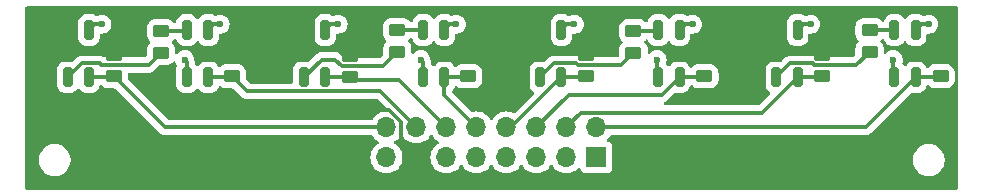
<source format=gbr>
%TF.GenerationSoftware,KiCad,Pcbnew,8.0.7*%
%TF.CreationDate,2025-03-25T18:02:39+10:00*%
%TF.ProjectId,Sensor_array,53656e73-6f72-45f6-9172-7261792e6b69,rev?*%
%TF.SameCoordinates,Original*%
%TF.FileFunction,Copper,L1,Top*%
%TF.FilePolarity,Positive*%
%FSLAX46Y46*%
G04 Gerber Fmt 4.6, Leading zero omitted, Abs format (unit mm)*
G04 Created by KiCad (PCBNEW 8.0.7) date 2025-03-25 18:02:39*
%MOMM*%
%LPD*%
G01*
G04 APERTURE LIST*
G04 Aperture macros list*
%AMRoundRect*
0 Rectangle with rounded corners*
0 $1 Rounding radius*
0 $2 $3 $4 $5 $6 $7 $8 $9 X,Y pos of 4 corners*
0 Add a 4 corners polygon primitive as box body*
4,1,4,$2,$3,$4,$5,$6,$7,$8,$9,$2,$3,0*
0 Add four circle primitives for the rounded corners*
1,1,$1+$1,$2,$3*
1,1,$1+$1,$4,$5*
1,1,$1+$1,$6,$7*
1,1,$1+$1,$8,$9*
0 Add four rect primitives between the rounded corners*
20,1,$1+$1,$2,$3,$4,$5,0*
20,1,$1+$1,$4,$5,$6,$7,0*
20,1,$1+$1,$6,$7,$8,$9,0*
20,1,$1+$1,$8,$9,$2,$3,0*%
G04 Aperture macros list end*
%TA.AperFunction,SMDPad,CuDef*%
%ADD10RoundRect,0.250000X0.450000X-0.262500X0.450000X0.262500X-0.450000X0.262500X-0.450000X-0.262500X0*%
%TD*%
%TA.AperFunction,SMDPad,CuDef*%
%ADD11RoundRect,0.250000X-0.450000X0.262500X-0.450000X-0.262500X0.450000X-0.262500X0.450000X0.262500X0*%
%TD*%
%TA.AperFunction,SMDPad,CuDef*%
%ADD12RoundRect,0.197500X-0.197500X-0.632500X0.197500X-0.632500X0.197500X0.632500X-0.197500X0.632500X0*%
%TD*%
%TA.AperFunction,ComponentPad*%
%ADD13R,1.700000X1.700000*%
%TD*%
%TA.AperFunction,ComponentPad*%
%ADD14O,1.700000X1.700000*%
%TD*%
%TA.AperFunction,ViaPad*%
%ADD15C,0.600000*%
%TD*%
%TA.AperFunction,Conductor*%
%ADD16C,0.300000*%
%TD*%
G04 APERTURE END LIST*
D10*
%TO.P,R3,1*%
%TO.N,Net-(U7-K)*%
X152000000Y-85912500D03*
%TO.P,R3,2*%
%TO.N,Net-(U8-A)*%
X152000000Y-84087500D03*
%TD*%
D11*
%TO.P,R6,1*%
%TO.N,VCC*%
X178000000Y-86087500D03*
%TO.P,R6,2*%
%TO.N,/S1*%
X178000000Y-87912500D03*
%TD*%
D12*
%TO.P,U7,1,A*%
%TO.N,VCC*%
X144100000Y-84000000D03*
%TO.P,U7,2,K*%
%TO.N,Net-(U7-K)*%
X144100000Y-88000000D03*
%TO.P,U7,3*%
%TO.N,/S4*%
X145900000Y-88000000D03*
%TO.P,U7,4*%
%TO.N,GND*%
X145900000Y-84000000D03*
%TD*%
D10*
%TO.P,R1,1*%
%TO.N,Net-(U1-K)*%
X112000000Y-85912500D03*
%TO.P,R1,2*%
%TO.N,Net-(U2-A)*%
X112000000Y-84087500D03*
%TD*%
D12*
%TO.P,U3,1,A*%
%TO.N,VCC*%
X124100000Y-84000000D03*
%TO.P,U3,2,K*%
%TO.N,Net-(U3-K)*%
X124100000Y-88000000D03*
%TO.P,U3,3*%
%TO.N,/S6*%
X125900000Y-88000000D03*
%TO.P,U3,4*%
%TO.N,GND*%
X125900000Y-84000000D03*
%TD*%
%TO.P,U2,1,A*%
%TO.N,Net-(U2-A)*%
X114200000Y-84000000D03*
%TO.P,U2,2,K*%
%TO.N,Net-(U10-K)*%
X114200000Y-88000000D03*
%TO.P,U2,3*%
%TO.N,/S7*%
X116000000Y-88000000D03*
%TO.P,U2,4*%
%TO.N,GND*%
X116000000Y-84000000D03*
%TD*%
%TO.P,U1,1,A*%
%TO.N,VCC*%
X104100000Y-84000000D03*
%TO.P,U1,2,K*%
%TO.N,Net-(U1-K)*%
X104100000Y-88000000D03*
%TO.P,U1,3*%
%TO.N,/S8*%
X105900000Y-88000000D03*
%TO.P,U1,4*%
%TO.N,GND*%
X105900000Y-84000000D03*
%TD*%
%TO.P,U10,1,A*%
%TO.N,Net-(U10-A)*%
X174100000Y-84000000D03*
%TO.P,U10,2,K*%
%TO.N,Net-(U10-K)*%
X174100000Y-88000000D03*
%TO.P,U10,3*%
%TO.N,/S1*%
X175900000Y-88000000D03*
%TO.P,U10,4*%
%TO.N,GND*%
X175900000Y-84000000D03*
%TD*%
D10*
%TO.P,R4,1*%
%TO.N,Net-(U9-K)*%
X172000000Y-85825000D03*
%TO.P,R4,2*%
%TO.N,Net-(U10-A)*%
X172000000Y-84000000D03*
%TD*%
D11*
%TO.P,R13,1*%
%TO.N,VCC*%
X118000000Y-86087500D03*
%TO.P,R13,2*%
%TO.N,/S7*%
X118000000Y-87912500D03*
%TD*%
D10*
%TO.P,R2,1*%
%TO.N,Net-(U3-K)*%
X132000000Y-85825000D03*
%TO.P,R2,2*%
%TO.N,Net-(U6-A)*%
X132000000Y-84000000D03*
%TD*%
D12*
%TO.P,U9,1,A*%
%TO.N,VCC*%
X164100000Y-84000000D03*
%TO.P,U9,2,K*%
%TO.N,Net-(U9-K)*%
X164100000Y-88000000D03*
%TO.P,U9,3*%
%TO.N,/S2*%
X165900000Y-88000000D03*
%TO.P,U9,4*%
%TO.N,GND*%
X165900000Y-84000000D03*
%TD*%
%TO.P,U8,1,A*%
%TO.N,Net-(U8-A)*%
X154100000Y-84000000D03*
%TO.P,U8,2,K*%
%TO.N,Net-(U10-K)*%
X154100000Y-88000000D03*
%TO.P,U8,3*%
%TO.N,/S3*%
X155900000Y-88000000D03*
%TO.P,U8,4*%
%TO.N,GND*%
X155900000Y-84000000D03*
%TD*%
D11*
%TO.P,R8,1*%
%TO.N,VCC*%
X148000000Y-86087500D03*
%TO.P,R8,2*%
%TO.N,/S4*%
X148000000Y-87912500D03*
%TD*%
%TO.P,R12,1*%
%TO.N,VCC*%
X108000000Y-86087500D03*
%TO.P,R12,2*%
%TO.N,/S8*%
X108000000Y-87912500D03*
%TD*%
%TO.P,R9,1*%
%TO.N,VCC*%
X158000000Y-86087500D03*
%TO.P,R9,2*%
%TO.N,/S3*%
X158000000Y-87912500D03*
%TD*%
%TO.P,R7,1*%
%TO.N,VCC*%
X168000000Y-86087500D03*
%TO.P,R7,2*%
%TO.N,/S2*%
X168000000Y-87912500D03*
%TD*%
D12*
%TO.P,U6,1,A*%
%TO.N,Net-(U6-A)*%
X134200000Y-84000000D03*
%TO.P,U6,2,K*%
%TO.N,Net-(U10-K)*%
X134200000Y-88000000D03*
%TO.P,U6,3*%
%TO.N,/S5*%
X136000000Y-88000000D03*
%TO.P,U6,4*%
%TO.N,GND*%
X136000000Y-84000000D03*
%TD*%
D11*
%TO.P,R10,1*%
%TO.N,VCC*%
X128000000Y-86175000D03*
%TO.P,R10,2*%
%TO.N,/S6*%
X128000000Y-88000000D03*
%TD*%
%TO.P,R11,1*%
%TO.N,VCC*%
X138000000Y-86087500D03*
%TO.P,R11,2*%
%TO.N,/S5*%
X138000000Y-87912500D03*
%TD*%
D13*
%TO.P,J2,1,Pin_1*%
%TO.N,GND*%
X148870000Y-94775000D03*
D14*
%TO.P,J2,2,Pin_2*%
%TO.N,/S1*%
X148870000Y-92235000D03*
%TO.P,J2,3,Pin_3*%
%TO.N,GND*%
X146330000Y-94775000D03*
%TO.P,J2,4,Pin_4*%
%TO.N,/S2*%
X146330000Y-92235000D03*
%TO.P,J2,5,Pin_5*%
%TO.N,GND*%
X143790000Y-94775000D03*
%TO.P,J2,6,Pin_6*%
%TO.N,/S3*%
X143790000Y-92235000D03*
%TO.P,J2,7,Pin_7*%
%TO.N,GND*%
X141250000Y-94775000D03*
%TO.P,J2,8,Pin_8*%
%TO.N,/S4*%
X141250000Y-92235000D03*
%TO.P,J2,9,Pin_9*%
%TO.N,GND*%
X138710000Y-94775000D03*
%TO.P,J2,10,Pin_10*%
%TO.N,/S5*%
X138710000Y-92235000D03*
%TO.P,J2,11,Pin_11*%
%TO.N,GND*%
X136170000Y-94775000D03*
%TO.P,J2,12,Pin_12*%
%TO.N,/S6*%
X136170000Y-92235000D03*
%TO.P,J2,13,Pin_13*%
%TO.N,VCC*%
X133630000Y-94775000D03*
%TO.P,J2,14,Pin_14*%
%TO.N,/S7*%
X133630000Y-92235000D03*
%TO.P,J2,15,Pin_15*%
%TO.N,/SENSOR_LED*%
X131090000Y-94775000D03*
%TO.P,J2,16,Pin_16*%
%TO.N,/S8*%
X131090000Y-92235000D03*
%TD*%
D15*
%TO.N,GND*%
X137000000Y-83500000D03*
X167000000Y-83500000D03*
X157000000Y-83500000D03*
X177000000Y-83500000D03*
X147000000Y-83500000D03*
X127000000Y-83500000D03*
X107000000Y-83500000D03*
X117000000Y-83500000D03*
%TO.N,VCC*%
X120750000Y-90750000D03*
X128500000Y-96500000D03*
%TO.N,Net-(U10-K)*%
X174000000Y-86500000D03*
X154000000Y-86500000D03*
X114000000Y-86500000D03*
X134000000Y-86500000D03*
%TD*%
D16*
%TO.N,GND*%
X157000000Y-83500000D02*
X156400000Y-83500000D01*
X176400000Y-83500000D02*
X175900000Y-84000000D01*
X117000000Y-83500000D02*
X116500000Y-83500000D01*
X166400000Y-83500000D02*
X165900000Y-84000000D01*
X116500000Y-83500000D02*
X116000000Y-84000000D01*
X127000000Y-83500000D02*
X126400000Y-83500000D01*
X136500000Y-83500000D02*
X136000000Y-84000000D01*
X107000000Y-83500000D02*
X106400000Y-83500000D01*
X167000000Y-83500000D02*
X166400000Y-83500000D01*
X156400000Y-83500000D02*
X155900000Y-84000000D01*
X137000000Y-83500000D02*
X136500000Y-83500000D01*
X146400000Y-83500000D02*
X145900000Y-84000000D01*
X106400000Y-83500000D02*
X105900000Y-84000000D01*
X177000000Y-83500000D02*
X176400000Y-83500000D01*
X126400000Y-83500000D02*
X125900000Y-84000000D01*
X147000000Y-83500000D02*
X146400000Y-83500000D01*
%TO.N,VCC*%
X131302057Y-90750000D02*
X132290000Y-91737943D01*
X132290000Y-91737943D02*
X132290000Y-93435000D01*
X132290000Y-93435000D02*
X133630000Y-94775000D01*
X129250000Y-90750000D02*
X131302057Y-90750000D01*
%TO.N,/S4*%
X145900000Y-88000000D02*
X141665000Y-92235000D01*
X141665000Y-92235000D02*
X141250000Y-92235000D01*
X147912500Y-88000000D02*
X148000000Y-87912500D01*
X145900000Y-88000000D02*
X147912500Y-88000000D01*
%TO.N,/S6*%
X128250000Y-88250000D02*
X132185000Y-88250000D01*
X128000000Y-88000000D02*
X128250000Y-88250000D01*
X132185000Y-88250000D02*
X136170000Y-92235000D01*
X125900000Y-88000000D02*
X128000000Y-88000000D01*
%TO.N,/S3*%
X157912500Y-88000000D02*
X158000000Y-87912500D01*
X155900000Y-88000000D02*
X157912500Y-88000000D01*
X155900000Y-88000000D02*
X154400000Y-89500000D01*
X146525000Y-89500000D02*
X143790000Y-92235000D01*
X154400000Y-89500000D02*
X146525000Y-89500000D01*
%TO.N,/S7*%
X117912500Y-88000000D02*
X118000000Y-87912500D01*
X116000000Y-88000000D02*
X117912500Y-88000000D01*
X130575000Y-89180000D02*
X133630000Y-92235000D01*
X119267500Y-89180000D02*
X130575000Y-89180000D01*
X118000000Y-87912500D02*
X119267500Y-89180000D01*
%TO.N,/S8*%
X105900000Y-88000000D02*
X107912500Y-88000000D01*
X107912500Y-88000000D02*
X108000000Y-87912500D01*
X108000000Y-87912500D02*
X112322500Y-92235000D01*
X112322500Y-92235000D02*
X131090000Y-92235000D01*
%TO.N,/S2*%
X165900000Y-88000000D02*
X167912500Y-88000000D01*
X167912500Y-88000000D02*
X168000000Y-87912500D01*
X165900000Y-88000000D02*
X162900000Y-91000000D01*
X147565000Y-91000000D02*
X146330000Y-92235000D01*
X162900000Y-91000000D02*
X147565000Y-91000000D01*
%TO.N,/S1*%
X175900000Y-88000000D02*
X171665000Y-92235000D01*
X175900000Y-88000000D02*
X177912500Y-88000000D01*
X171665000Y-92235000D02*
X148870000Y-92235000D01*
X177912500Y-88000000D02*
X178000000Y-87912500D01*
%TO.N,/S5*%
X137912500Y-88000000D02*
X138000000Y-87912500D01*
X136000000Y-89525000D02*
X138710000Y-92235000D01*
X136000000Y-88000000D02*
X136000000Y-89525000D01*
X136000000Y-88000000D02*
X137912500Y-88000000D01*
%TO.N,Net-(U2-A)*%
X114112500Y-84087500D02*
X114200000Y-84000000D01*
X112000000Y-84087500D02*
X114112500Y-84087500D01*
%TO.N,Net-(U1-K)*%
X106820000Y-86820000D02*
X106950000Y-86950000D01*
X110962500Y-86950000D02*
X112000000Y-85912500D01*
X105280000Y-86820000D02*
X106820000Y-86820000D01*
X106950000Y-86950000D02*
X110962500Y-86950000D01*
X104100000Y-88000000D02*
X105280000Y-86820000D01*
%TO.N,Net-(U8-A)*%
X154012500Y-84087500D02*
X154100000Y-84000000D01*
X152000000Y-84087500D02*
X154012500Y-84087500D01*
%TO.N,Net-(U6-A)*%
X132000000Y-84000000D02*
X134200000Y-84000000D01*
%TO.N,Net-(U3-K)*%
X125600000Y-86500000D02*
X126757044Y-86500000D01*
X127294544Y-87037500D02*
X130787500Y-87037500D01*
X130787500Y-87037500D02*
X132000000Y-85825000D01*
X126757044Y-86500000D02*
X127294544Y-87037500D01*
X124100000Y-88000000D02*
X125600000Y-86500000D01*
%TO.N,Net-(U7-K)*%
X144100000Y-88000000D02*
X145280000Y-86820000D01*
X150962500Y-86950000D02*
X152000000Y-85912500D01*
X145280000Y-86820000D02*
X147164544Y-86820000D01*
X147164544Y-86820000D02*
X147294544Y-86950000D01*
X147294544Y-86950000D02*
X150962500Y-86950000D01*
%TO.N,Net-(U10-A)*%
X172000000Y-84000000D02*
X174100000Y-84000000D01*
%TO.N,Net-(U9-K)*%
X165280000Y-86820000D02*
X167164544Y-86820000D01*
X164100000Y-88000000D02*
X165280000Y-86820000D01*
X167164544Y-86820000D02*
X167294544Y-86950000D01*
X170875000Y-86950000D02*
X172000000Y-85825000D01*
X167294544Y-86950000D02*
X170875000Y-86950000D01*
%TO.N,Net-(U10-K)*%
X134200000Y-86700000D02*
X134000000Y-86500000D01*
X154000000Y-87900000D02*
X154100000Y-88000000D01*
X134200000Y-88000000D02*
X134200000Y-86700000D01*
X174000000Y-87900000D02*
X174100000Y-88000000D01*
X154000000Y-86500000D02*
X154000000Y-87900000D01*
X114200000Y-88000000D02*
X114200000Y-86700000D01*
X114200000Y-88000000D02*
X114200000Y-87219239D01*
X174000000Y-86500000D02*
X174000000Y-87900000D01*
X114200000Y-86700000D02*
X114000000Y-86500000D01*
%TD*%
%TA.AperFunction,Conductor*%
%TO.N,VCC*%
G36*
X113152310Y-86636570D02*
G01*
X113208244Y-86678441D01*
X113226019Y-86711797D01*
X113274211Y-86849523D01*
X113349849Y-86969899D01*
X113368849Y-87037135D01*
X113363240Y-87072762D01*
X113310891Y-87240753D01*
X113310889Y-87240761D01*
X113304500Y-87311081D01*
X113304500Y-88688928D01*
X113310888Y-88759235D01*
X113310890Y-88759242D01*
X113361316Y-88921065D01*
X113361319Y-88921073D01*
X113449007Y-89066128D01*
X113449010Y-89066132D01*
X113568867Y-89185989D01*
X113568871Y-89185992D01*
X113636093Y-89226629D01*
X113713928Y-89273681D01*
X113875758Y-89324110D01*
X113946079Y-89330500D01*
X114453920Y-89330499D01*
X114453927Y-89330499D01*
X114524235Y-89324111D01*
X114524236Y-89324110D01*
X114524242Y-89324110D01*
X114686072Y-89273681D01*
X114831132Y-89185990D01*
X114950990Y-89066132D01*
X114993883Y-88995178D01*
X115045410Y-88947990D01*
X115114270Y-88936151D01*
X115178598Y-88963419D01*
X115206117Y-88995178D01*
X115249007Y-89066128D01*
X115249010Y-89066132D01*
X115368867Y-89185989D01*
X115368871Y-89185992D01*
X115436093Y-89226629D01*
X115513928Y-89273681D01*
X115675758Y-89324110D01*
X115746079Y-89330500D01*
X116253920Y-89330499D01*
X116253927Y-89330499D01*
X116324235Y-89324111D01*
X116324236Y-89324110D01*
X116324242Y-89324110D01*
X116486072Y-89273681D01*
X116631132Y-89185990D01*
X116750990Y-89066132D01*
X116838681Y-88921072D01*
X116871745Y-88814964D01*
X116910481Y-88756821D01*
X116974506Y-88728847D01*
X117043491Y-88739928D01*
X117077810Y-88764178D01*
X117081344Y-88767712D01*
X117230666Y-88859814D01*
X117397203Y-88914999D01*
X117499991Y-88925500D01*
X118041691Y-88925499D01*
X118108730Y-88945183D01*
X118129372Y-88961818D01*
X118852825Y-89685272D01*
X118852826Y-89685273D01*
X118852829Y-89685275D01*
X118852831Y-89685277D01*
X118959373Y-89756465D01*
X119077756Y-89805501D01*
X119077760Y-89805501D01*
X119077761Y-89805502D01*
X119203428Y-89830500D01*
X119203431Y-89830500D01*
X119331569Y-89830500D01*
X130254192Y-89830500D01*
X130321231Y-89850185D01*
X130341873Y-89866819D01*
X131145091Y-90670037D01*
X131178576Y-90731360D01*
X131173592Y-90801052D01*
X131131720Y-90856985D01*
X131068218Y-90881246D01*
X130854596Y-90899936D01*
X130854586Y-90899938D01*
X130626344Y-90961094D01*
X130626335Y-90961098D01*
X130412171Y-91060964D01*
X130412169Y-91060965D01*
X130218597Y-91196505D01*
X130051506Y-91363596D01*
X129933854Y-91531623D01*
X129879277Y-91575248D01*
X129832279Y-91584500D01*
X112643307Y-91584500D01*
X112576268Y-91564815D01*
X112555626Y-91548181D01*
X109236818Y-88229373D01*
X109203333Y-88168050D01*
X109200499Y-88141692D01*
X109200499Y-87724500D01*
X109220184Y-87657461D01*
X109272988Y-87611706D01*
X109324499Y-87600500D01*
X111026571Y-87600500D01*
X111111115Y-87583682D01*
X111152244Y-87575501D01*
X111270627Y-87526465D01*
X111313481Y-87497831D01*
X111377169Y-87455277D01*
X111870627Y-86961817D01*
X111931950Y-86928333D01*
X111958308Y-86925499D01*
X112500002Y-86925499D01*
X112500008Y-86925499D01*
X112602797Y-86914999D01*
X112769334Y-86859814D01*
X112918656Y-86767712D01*
X113021299Y-86665068D01*
X113082618Y-86631586D01*
X113152310Y-86636570D01*
G37*
%TD.AperFunction*%
%TA.AperFunction,Conductor*%
G36*
X179442539Y-82020185D02*
G01*
X179488294Y-82072989D01*
X179499500Y-82124500D01*
X179499500Y-97375500D01*
X179479815Y-97442539D01*
X179427011Y-97488294D01*
X179375500Y-97499500D01*
X100624500Y-97499500D01*
X100557461Y-97479815D01*
X100511706Y-97427011D01*
X100500500Y-97375500D01*
X100500500Y-94893713D01*
X101649500Y-94893713D01*
X101649500Y-95106286D01*
X101670466Y-95238664D01*
X101682754Y-95316243D01*
X101729737Y-95460842D01*
X101748444Y-95518414D01*
X101844951Y-95707820D01*
X101969890Y-95879786D01*
X102120213Y-96030109D01*
X102292179Y-96155048D01*
X102292181Y-96155049D01*
X102292184Y-96155051D01*
X102481588Y-96251557D01*
X102683757Y-96317246D01*
X102893713Y-96350500D01*
X102893714Y-96350500D01*
X103106286Y-96350500D01*
X103106287Y-96350500D01*
X103316243Y-96317246D01*
X103518412Y-96251557D01*
X103707816Y-96155051D01*
X103769740Y-96110061D01*
X103879786Y-96030109D01*
X103879788Y-96030106D01*
X103879792Y-96030104D01*
X104030104Y-95879792D01*
X104030106Y-95879788D01*
X104030109Y-95879786D01*
X104155048Y-95707820D01*
X104155047Y-95707820D01*
X104155051Y-95707816D01*
X104251557Y-95518412D01*
X104317246Y-95316243D01*
X104350500Y-95106287D01*
X104350500Y-94893713D01*
X104317246Y-94683757D01*
X104251557Y-94481588D01*
X104155051Y-94292184D01*
X104155049Y-94292181D01*
X104155048Y-94292179D01*
X104030109Y-94120213D01*
X103879786Y-93969890D01*
X103707820Y-93844951D01*
X103518414Y-93748444D01*
X103518413Y-93748443D01*
X103518412Y-93748443D01*
X103316243Y-93682754D01*
X103316241Y-93682753D01*
X103316240Y-93682753D01*
X103154957Y-93657208D01*
X103106287Y-93649500D01*
X102893713Y-93649500D01*
X102845042Y-93657208D01*
X102683760Y-93682753D01*
X102481585Y-93748444D01*
X102292179Y-93844951D01*
X102120213Y-93969890D01*
X101969890Y-94120213D01*
X101844951Y-94292179D01*
X101748444Y-94481585D01*
X101682753Y-94683760D01*
X101649500Y-94893713D01*
X100500500Y-94893713D01*
X100500500Y-87311081D01*
X103204500Y-87311081D01*
X103204500Y-88688928D01*
X103210888Y-88759235D01*
X103210890Y-88759242D01*
X103261316Y-88921065D01*
X103261319Y-88921073D01*
X103349007Y-89066128D01*
X103349010Y-89066132D01*
X103468867Y-89185989D01*
X103468871Y-89185992D01*
X103536093Y-89226629D01*
X103613928Y-89273681D01*
X103775758Y-89324110D01*
X103846079Y-89330500D01*
X104353920Y-89330499D01*
X104353927Y-89330499D01*
X104424235Y-89324111D01*
X104424236Y-89324110D01*
X104424242Y-89324110D01*
X104586072Y-89273681D01*
X104731132Y-89185990D01*
X104850990Y-89066132D01*
X104893883Y-88995178D01*
X104945410Y-88947990D01*
X105014270Y-88936151D01*
X105078598Y-88963419D01*
X105106117Y-88995178D01*
X105149007Y-89066128D01*
X105149010Y-89066132D01*
X105268867Y-89185989D01*
X105268871Y-89185992D01*
X105336093Y-89226629D01*
X105413928Y-89273681D01*
X105575758Y-89324110D01*
X105646079Y-89330500D01*
X106153920Y-89330499D01*
X106153927Y-89330499D01*
X106224235Y-89324111D01*
X106224236Y-89324110D01*
X106224242Y-89324110D01*
X106386072Y-89273681D01*
X106531132Y-89185990D01*
X106650990Y-89066132D01*
X106738681Y-88921072D01*
X106789110Y-88759242D01*
X106789111Y-88759230D01*
X106790389Y-88752809D01*
X106792697Y-88753268D01*
X106814414Y-88698295D01*
X106871142Y-88657507D01*
X106912234Y-88650500D01*
X106912770Y-88650500D01*
X106979809Y-88670185D01*
X107000451Y-88686819D01*
X107081344Y-88767712D01*
X107230666Y-88859814D01*
X107397203Y-88914999D01*
X107499991Y-88925500D01*
X108041691Y-88925499D01*
X108108730Y-88945183D01*
X108129372Y-88961818D01*
X110023348Y-90855793D01*
X111817224Y-92649669D01*
X111874587Y-92707032D01*
X111907832Y-92740277D01*
X112014366Y-92811461D01*
X112014372Y-92811464D01*
X112014373Y-92811465D01*
X112132756Y-92860501D01*
X112132760Y-92860501D01*
X112132761Y-92860502D01*
X112258428Y-92885500D01*
X112258431Y-92885500D01*
X129832278Y-92885500D01*
X129899317Y-92905185D01*
X129933853Y-92938377D01*
X130051501Y-93106396D01*
X130051506Y-93106402D01*
X130218597Y-93273493D01*
X130218603Y-93273498D01*
X130404158Y-93403425D01*
X130447783Y-93458002D01*
X130454977Y-93527500D01*
X130423454Y-93589855D01*
X130404158Y-93606575D01*
X130218597Y-93736505D01*
X130051505Y-93903597D01*
X129915965Y-94097169D01*
X129915964Y-94097171D01*
X129816098Y-94311335D01*
X129816094Y-94311344D01*
X129754938Y-94539586D01*
X129754936Y-94539596D01*
X129734341Y-94774999D01*
X129734341Y-94775000D01*
X129754936Y-95010403D01*
X129754938Y-95010413D01*
X129816094Y-95238655D01*
X129816096Y-95238659D01*
X129816097Y-95238663D01*
X129896004Y-95410023D01*
X129915965Y-95452830D01*
X129915967Y-95452834D01*
X129961886Y-95518412D01*
X130051505Y-95646401D01*
X130218599Y-95813495D01*
X130313272Y-95879786D01*
X130412165Y-95949032D01*
X130412167Y-95949033D01*
X130412170Y-95949035D01*
X130626337Y-96048903D01*
X130854592Y-96110063D01*
X131031034Y-96125500D01*
X131089999Y-96130659D01*
X131090000Y-96130659D01*
X131090001Y-96130659D01*
X131148966Y-96125500D01*
X131325408Y-96110063D01*
X131553663Y-96048903D01*
X131767830Y-95949035D01*
X131961401Y-95813495D01*
X132128495Y-95646401D01*
X132264035Y-95452830D01*
X132363903Y-95238663D01*
X132425063Y-95010408D01*
X132445659Y-94775000D01*
X132425063Y-94539592D01*
X132363903Y-94311337D01*
X132264035Y-94097171D01*
X132258425Y-94089158D01*
X132128494Y-93903597D01*
X131961402Y-93736506D01*
X131961396Y-93736501D01*
X131775842Y-93606575D01*
X131732217Y-93551998D01*
X131725023Y-93482500D01*
X131756546Y-93420145D01*
X131775842Y-93403425D01*
X131888054Y-93324853D01*
X131961401Y-93273495D01*
X132128495Y-93106401D01*
X132258425Y-92920842D01*
X132313002Y-92877217D01*
X132382500Y-92870023D01*
X132444855Y-92901546D01*
X132461575Y-92920842D01*
X132591505Y-93106401D01*
X132758599Y-93273495D01*
X132831946Y-93324853D01*
X132952165Y-93409032D01*
X132952167Y-93409033D01*
X132952170Y-93409035D01*
X133166337Y-93508903D01*
X133394592Y-93570063D01*
X133582918Y-93586539D01*
X133629999Y-93590659D01*
X133630000Y-93590659D01*
X133630001Y-93590659D01*
X133669234Y-93587226D01*
X133865408Y-93570063D01*
X134093663Y-93508903D01*
X134307830Y-93409035D01*
X134501401Y-93273495D01*
X134668495Y-93106401D01*
X134798425Y-92920842D01*
X134853002Y-92877217D01*
X134922500Y-92870023D01*
X134984855Y-92901546D01*
X135001575Y-92920842D01*
X135131501Y-93106396D01*
X135131506Y-93106402D01*
X135298597Y-93273493D01*
X135298603Y-93273498D01*
X135484158Y-93403425D01*
X135527783Y-93458002D01*
X135534977Y-93527500D01*
X135503454Y-93589855D01*
X135484158Y-93606575D01*
X135298597Y-93736505D01*
X135131505Y-93903597D01*
X134995965Y-94097169D01*
X134995964Y-94097171D01*
X134896098Y-94311335D01*
X134896094Y-94311344D01*
X134834938Y-94539586D01*
X134834936Y-94539596D01*
X134814341Y-94774999D01*
X134814341Y-94775000D01*
X134834936Y-95010403D01*
X134834938Y-95010413D01*
X134896094Y-95238655D01*
X134896096Y-95238659D01*
X134896097Y-95238663D01*
X134976004Y-95410023D01*
X134995965Y-95452830D01*
X134995967Y-95452834D01*
X135041886Y-95518412D01*
X135131505Y-95646401D01*
X135298599Y-95813495D01*
X135393272Y-95879786D01*
X135492165Y-95949032D01*
X135492167Y-95949033D01*
X135492170Y-95949035D01*
X135706337Y-96048903D01*
X135934592Y-96110063D01*
X136111034Y-96125500D01*
X136169999Y-96130659D01*
X136170000Y-96130659D01*
X136170001Y-96130659D01*
X136228966Y-96125500D01*
X136405408Y-96110063D01*
X136633663Y-96048903D01*
X136847830Y-95949035D01*
X137041401Y-95813495D01*
X137208495Y-95646401D01*
X137338425Y-95460842D01*
X137393002Y-95417217D01*
X137462500Y-95410023D01*
X137524855Y-95441546D01*
X137541575Y-95460842D01*
X137671500Y-95646395D01*
X137671505Y-95646401D01*
X137838599Y-95813495D01*
X137933272Y-95879786D01*
X138032165Y-95949032D01*
X138032167Y-95949033D01*
X138032170Y-95949035D01*
X138246337Y-96048903D01*
X138474592Y-96110063D01*
X138651034Y-96125500D01*
X138709999Y-96130659D01*
X138710000Y-96130659D01*
X138710001Y-96130659D01*
X138768966Y-96125500D01*
X138945408Y-96110063D01*
X139173663Y-96048903D01*
X139387830Y-95949035D01*
X139581401Y-95813495D01*
X139748495Y-95646401D01*
X139878425Y-95460842D01*
X139933002Y-95417217D01*
X140002500Y-95410023D01*
X140064855Y-95441546D01*
X140081575Y-95460842D01*
X140211500Y-95646395D01*
X140211505Y-95646401D01*
X140378599Y-95813495D01*
X140473272Y-95879786D01*
X140572165Y-95949032D01*
X140572167Y-95949033D01*
X140572170Y-95949035D01*
X140786337Y-96048903D01*
X141014592Y-96110063D01*
X141191034Y-96125500D01*
X141249999Y-96130659D01*
X141250000Y-96130659D01*
X141250001Y-96130659D01*
X141308966Y-96125500D01*
X141485408Y-96110063D01*
X141713663Y-96048903D01*
X141927830Y-95949035D01*
X142121401Y-95813495D01*
X142288495Y-95646401D01*
X142418425Y-95460842D01*
X142473002Y-95417217D01*
X142542500Y-95410023D01*
X142604855Y-95441546D01*
X142621575Y-95460842D01*
X142751500Y-95646395D01*
X142751505Y-95646401D01*
X142918599Y-95813495D01*
X143013272Y-95879786D01*
X143112165Y-95949032D01*
X143112167Y-95949033D01*
X143112170Y-95949035D01*
X143326337Y-96048903D01*
X143554592Y-96110063D01*
X143731034Y-96125500D01*
X143789999Y-96130659D01*
X143790000Y-96130659D01*
X143790001Y-96130659D01*
X143848966Y-96125500D01*
X144025408Y-96110063D01*
X144253663Y-96048903D01*
X144467830Y-95949035D01*
X144661401Y-95813495D01*
X144828495Y-95646401D01*
X144958425Y-95460842D01*
X145013002Y-95417217D01*
X145082500Y-95410023D01*
X145144855Y-95441546D01*
X145161575Y-95460842D01*
X145291500Y-95646395D01*
X145291505Y-95646401D01*
X145458599Y-95813495D01*
X145553272Y-95879786D01*
X145652165Y-95949032D01*
X145652167Y-95949033D01*
X145652170Y-95949035D01*
X145866337Y-96048903D01*
X146094592Y-96110063D01*
X146271034Y-96125500D01*
X146329999Y-96130659D01*
X146330000Y-96130659D01*
X146330001Y-96130659D01*
X146388966Y-96125500D01*
X146565408Y-96110063D01*
X146793663Y-96048903D01*
X147007830Y-95949035D01*
X147201401Y-95813495D01*
X147323329Y-95691566D01*
X147384648Y-95658084D01*
X147454340Y-95663068D01*
X147510274Y-95704939D01*
X147527189Y-95735917D01*
X147576202Y-95867328D01*
X147576206Y-95867335D01*
X147662452Y-95982544D01*
X147662455Y-95982547D01*
X147777664Y-96068793D01*
X147777671Y-96068797D01*
X147912517Y-96119091D01*
X147912516Y-96119091D01*
X147919444Y-96119835D01*
X147972127Y-96125500D01*
X149767872Y-96125499D01*
X149827483Y-96119091D01*
X149962331Y-96068796D01*
X150077546Y-95982546D01*
X150163796Y-95867331D01*
X150214091Y-95732483D01*
X150220500Y-95672873D01*
X150220500Y-94893713D01*
X175649500Y-94893713D01*
X175649500Y-95106286D01*
X175670466Y-95238664D01*
X175682754Y-95316243D01*
X175729737Y-95460842D01*
X175748444Y-95518414D01*
X175844951Y-95707820D01*
X175969890Y-95879786D01*
X176120213Y-96030109D01*
X176292179Y-96155048D01*
X176292181Y-96155049D01*
X176292184Y-96155051D01*
X176481588Y-96251557D01*
X176683757Y-96317246D01*
X176893713Y-96350500D01*
X176893714Y-96350500D01*
X177106286Y-96350500D01*
X177106287Y-96350500D01*
X177316243Y-96317246D01*
X177518412Y-96251557D01*
X177707816Y-96155051D01*
X177769740Y-96110061D01*
X177879786Y-96030109D01*
X177879788Y-96030106D01*
X177879792Y-96030104D01*
X178030104Y-95879792D01*
X178030106Y-95879788D01*
X178030109Y-95879786D01*
X178155048Y-95707820D01*
X178155047Y-95707820D01*
X178155051Y-95707816D01*
X178251557Y-95518412D01*
X178317246Y-95316243D01*
X178350500Y-95106287D01*
X178350500Y-94893713D01*
X178317246Y-94683757D01*
X178251557Y-94481588D01*
X178155051Y-94292184D01*
X178155049Y-94292181D01*
X178155048Y-94292179D01*
X178030109Y-94120213D01*
X177879786Y-93969890D01*
X177707820Y-93844951D01*
X177518414Y-93748444D01*
X177518413Y-93748443D01*
X177518412Y-93748443D01*
X177316243Y-93682754D01*
X177316241Y-93682753D01*
X177316240Y-93682753D01*
X177154957Y-93657208D01*
X177106287Y-93649500D01*
X176893713Y-93649500D01*
X176845042Y-93657208D01*
X176683760Y-93682753D01*
X176481585Y-93748444D01*
X176292179Y-93844951D01*
X176120213Y-93969890D01*
X175969890Y-94120213D01*
X175844951Y-94292179D01*
X175748444Y-94481585D01*
X175682753Y-94683760D01*
X175649500Y-94893713D01*
X150220500Y-94893713D01*
X150220499Y-93877128D01*
X150214091Y-93817517D01*
X150212810Y-93814083D01*
X150163797Y-93682671D01*
X150163793Y-93682664D01*
X150077547Y-93567455D01*
X150077544Y-93567452D01*
X149962335Y-93481206D01*
X149962328Y-93481202D01*
X149830917Y-93432189D01*
X149774983Y-93390318D01*
X149750566Y-93324853D01*
X149765418Y-93256580D01*
X149786563Y-93228332D01*
X149908495Y-93106401D01*
X150026147Y-92938377D01*
X150080724Y-92894752D01*
X150127722Y-92885500D01*
X171729071Y-92885500D01*
X171813615Y-92868682D01*
X171854744Y-92860501D01*
X171973127Y-92811465D01*
X172079669Y-92740277D01*
X175462230Y-89357714D01*
X175523551Y-89324231D01*
X175569195Y-89323823D01*
X175569223Y-89323516D01*
X175572304Y-89323796D01*
X175574103Y-89323780D01*
X175575749Y-89324107D01*
X175575758Y-89324110D01*
X175646079Y-89330500D01*
X176153920Y-89330499D01*
X176153927Y-89330499D01*
X176224235Y-89324111D01*
X176224236Y-89324110D01*
X176224242Y-89324110D01*
X176386072Y-89273681D01*
X176531132Y-89185990D01*
X176650990Y-89066132D01*
X176738681Y-88921072D01*
X176789110Y-88759242D01*
X176789111Y-88759230D01*
X176790389Y-88752809D01*
X176792697Y-88753268D01*
X176814414Y-88698295D01*
X176871142Y-88657507D01*
X176912234Y-88650500D01*
X176912770Y-88650500D01*
X176979809Y-88670185D01*
X177000451Y-88686819D01*
X177081344Y-88767712D01*
X177230666Y-88859814D01*
X177397203Y-88914999D01*
X177499991Y-88925500D01*
X178500008Y-88925499D01*
X178500016Y-88925498D01*
X178500019Y-88925498D01*
X178556302Y-88919748D01*
X178602797Y-88914999D01*
X178769334Y-88859814D01*
X178918656Y-88767712D01*
X179042712Y-88643656D01*
X179134814Y-88494334D01*
X179189999Y-88327797D01*
X179200500Y-88225009D01*
X179200499Y-87599992D01*
X179194654Y-87542777D01*
X179189999Y-87497203D01*
X179189998Y-87497200D01*
X179155899Y-87394297D01*
X179134814Y-87330666D01*
X179042712Y-87181344D01*
X178918656Y-87057288D01*
X178769334Y-86965186D01*
X178602797Y-86910001D01*
X178602795Y-86910000D01*
X178500010Y-86899500D01*
X177499998Y-86899500D01*
X177499980Y-86899501D01*
X177397203Y-86910000D01*
X177397200Y-86910001D01*
X177230668Y-86965185D01*
X177230663Y-86965187D01*
X177081345Y-87057287D01*
X176959992Y-87178640D01*
X176898669Y-87212124D01*
X176828977Y-87207140D01*
X176773044Y-87165268D01*
X176753926Y-87127849D01*
X176738682Y-87078931D01*
X176738680Y-87078926D01*
X176650992Y-86933871D01*
X176650989Y-86933867D01*
X176531132Y-86814010D01*
X176531128Y-86814007D01*
X176386073Y-86726319D01*
X176386068Y-86726317D01*
X176224246Y-86675891D01*
X176224238Y-86675889D01*
X176175003Y-86671415D01*
X176153921Y-86669500D01*
X176153918Y-86669500D01*
X175646071Y-86669500D01*
X175575764Y-86675888D01*
X175575757Y-86675890D01*
X175413934Y-86726316D01*
X175413926Y-86726319D01*
X175268871Y-86814007D01*
X175268867Y-86814010D01*
X175149010Y-86933867D01*
X175106117Y-87004822D01*
X175054589Y-87052009D01*
X174985730Y-87063848D01*
X174921401Y-87036579D01*
X174893883Y-87004822D01*
X174869922Y-86965186D01*
X174850990Y-86933868D01*
X174791472Y-86874350D01*
X174757987Y-86813027D01*
X174762111Y-86745717D01*
X174785368Y-86679255D01*
X174804409Y-86510259D01*
X174805565Y-86500003D01*
X174805565Y-86499996D01*
X174785369Y-86320750D01*
X174785368Y-86320745D01*
X174757218Y-86240297D01*
X174725789Y-86150478D01*
X174720381Y-86141872D01*
X174629815Y-85997737D01*
X174502262Y-85870184D01*
X174349523Y-85774211D01*
X174179254Y-85714631D01*
X174179249Y-85714630D01*
X174000004Y-85694435D01*
X173999996Y-85694435D01*
X173820750Y-85714630D01*
X173820745Y-85714631D01*
X173650476Y-85774211D01*
X173497739Y-85870183D01*
X173412180Y-85955742D01*
X173350856Y-85989226D01*
X173281165Y-85984242D01*
X173225231Y-85942370D01*
X173200815Y-85876905D01*
X173200499Y-85868075D01*
X173200499Y-85512492D01*
X173198937Y-85497204D01*
X173189999Y-85409703D01*
X173189998Y-85409700D01*
X173163809Y-85330668D01*
X173134814Y-85243166D01*
X173042712Y-85093844D01*
X172949049Y-85000181D01*
X172915564Y-84938858D01*
X172920548Y-84869166D01*
X172949046Y-84824821D01*
X173019222Y-84754645D01*
X173080541Y-84721163D01*
X173150233Y-84726147D01*
X173206167Y-84768018D01*
X173225285Y-84805438D01*
X173261317Y-84921067D01*
X173261319Y-84921073D01*
X173349007Y-85066128D01*
X173349010Y-85066132D01*
X173468867Y-85185989D01*
X173468871Y-85185992D01*
X173563449Y-85243166D01*
X173613928Y-85273681D01*
X173775758Y-85324110D01*
X173846079Y-85330500D01*
X174353920Y-85330499D01*
X174353927Y-85330499D01*
X174424235Y-85324111D01*
X174424236Y-85324110D01*
X174424242Y-85324110D01*
X174586072Y-85273681D01*
X174731132Y-85185990D01*
X174850990Y-85066132D01*
X174879261Y-85019364D01*
X174893883Y-84995178D01*
X174945410Y-84947990D01*
X175014270Y-84936151D01*
X175078598Y-84963419D01*
X175106117Y-84995178D01*
X175149007Y-85066128D01*
X175149010Y-85066132D01*
X175268867Y-85185989D01*
X175268871Y-85185992D01*
X175363449Y-85243166D01*
X175413928Y-85273681D01*
X175575758Y-85324110D01*
X175646079Y-85330500D01*
X176153920Y-85330499D01*
X176153927Y-85330499D01*
X176224235Y-85324111D01*
X176224236Y-85324110D01*
X176224242Y-85324110D01*
X176386072Y-85273681D01*
X176531132Y-85185990D01*
X176650990Y-85066132D01*
X176738681Y-84921072D01*
X176789110Y-84759242D01*
X176795500Y-84688921D01*
X176795499Y-84421277D01*
X176815183Y-84354240D01*
X176867987Y-84308485D01*
X176933382Y-84298059D01*
X176958520Y-84300891D01*
X176999998Y-84305565D01*
X177000000Y-84305565D01*
X177000004Y-84305565D01*
X177179249Y-84285369D01*
X177179252Y-84285368D01*
X177179255Y-84285368D01*
X177349522Y-84225789D01*
X177502262Y-84129816D01*
X177629816Y-84002262D01*
X177725789Y-83849522D01*
X177785368Y-83679255D01*
X177785369Y-83679249D01*
X177805565Y-83500003D01*
X177805565Y-83499996D01*
X177785369Y-83320750D01*
X177785368Y-83320745D01*
X177759630Y-83247191D01*
X177725789Y-83150478D01*
X177722214Y-83144789D01*
X177664342Y-83052686D01*
X177629816Y-82997738D01*
X177502262Y-82870184D01*
X177349523Y-82774211D01*
X177179254Y-82714631D01*
X177179249Y-82714630D01*
X177000004Y-82694435D01*
X176999996Y-82694435D01*
X176820750Y-82714630D01*
X176820737Y-82714633D01*
X176650478Y-82774210D01*
X176624386Y-82790604D01*
X176557149Y-82809602D01*
X176494269Y-82791725D01*
X176386074Y-82726320D01*
X176386068Y-82726317D01*
X176224246Y-82675891D01*
X176224238Y-82675889D01*
X176175003Y-82671415D01*
X176153921Y-82669500D01*
X176153918Y-82669500D01*
X175646071Y-82669500D01*
X175575764Y-82675888D01*
X175575757Y-82675890D01*
X175413934Y-82726316D01*
X175413926Y-82726319D01*
X175268871Y-82814007D01*
X175268867Y-82814010D01*
X175149010Y-82933867D01*
X175106117Y-83004822D01*
X175054589Y-83052009D01*
X174985730Y-83063848D01*
X174921401Y-83036579D01*
X174893883Y-83004822D01*
X174878720Y-82979740D01*
X174850990Y-82933868D01*
X174731132Y-82814010D01*
X174731128Y-82814007D01*
X174586073Y-82726319D01*
X174586068Y-82726317D01*
X174424246Y-82675891D01*
X174424238Y-82675889D01*
X174375003Y-82671415D01*
X174353921Y-82669500D01*
X174353918Y-82669500D01*
X173846071Y-82669500D01*
X173775764Y-82675888D01*
X173775757Y-82675890D01*
X173613934Y-82726316D01*
X173613926Y-82726319D01*
X173468871Y-82814007D01*
X173468867Y-82814010D01*
X173349010Y-82933867D01*
X173349007Y-82933871D01*
X173261319Y-83078926D01*
X173261317Y-83078932D01*
X173225285Y-83194561D01*
X173186547Y-83252709D01*
X173122522Y-83280682D01*
X173053536Y-83269600D01*
X173019219Y-83245351D01*
X172918657Y-83144789D01*
X172918656Y-83144788D01*
X172769334Y-83052686D01*
X172602797Y-82997501D01*
X172602795Y-82997500D01*
X172500010Y-82987000D01*
X171499998Y-82987000D01*
X171499980Y-82987001D01*
X171397203Y-82997500D01*
X171397200Y-82997501D01*
X171230668Y-83052685D01*
X171230663Y-83052687D01*
X171081342Y-83144789D01*
X170957289Y-83268842D01*
X170865187Y-83418163D01*
X170865186Y-83418166D01*
X170810001Y-83584703D01*
X170810001Y-83584704D01*
X170810000Y-83584704D01*
X170799500Y-83687483D01*
X170799500Y-84312501D01*
X170799501Y-84312519D01*
X170810000Y-84415296D01*
X170810001Y-84415299D01*
X170838996Y-84502799D01*
X170865186Y-84581834D01*
X170954198Y-84726147D01*
X170957289Y-84731157D01*
X171050951Y-84824819D01*
X171084436Y-84886142D01*
X171079452Y-84955834D01*
X171050951Y-85000181D01*
X170957289Y-85093842D01*
X170865187Y-85243163D01*
X170865185Y-85243168D01*
X170838364Y-85324108D01*
X170810001Y-85409703D01*
X170810001Y-85409704D01*
X170810000Y-85409704D01*
X170799500Y-85512483D01*
X170799500Y-86054191D01*
X170779815Y-86121230D01*
X170763185Y-86141867D01*
X170641871Y-86263182D01*
X170580551Y-86296666D01*
X170554192Y-86299500D01*
X167594045Y-86299500D01*
X167527006Y-86279815D01*
X167525156Y-86278603D01*
X167472671Y-86243535D01*
X167354288Y-86194499D01*
X167354282Y-86194497D01*
X167228615Y-86169500D01*
X167228613Y-86169500D01*
X165215931Y-86169500D01*
X165215929Y-86169500D01*
X165090261Y-86194497D01*
X165090255Y-86194499D01*
X164971874Y-86243534D01*
X164865331Y-86314723D01*
X164537769Y-86642284D01*
X164476446Y-86675768D01*
X164430804Y-86676176D01*
X164430777Y-86676484D01*
X164427695Y-86676203D01*
X164425900Y-86676220D01*
X164424243Y-86675890D01*
X164424242Y-86675890D01*
X164353921Y-86669500D01*
X164353918Y-86669500D01*
X163846071Y-86669500D01*
X163775764Y-86675888D01*
X163775757Y-86675890D01*
X163613934Y-86726316D01*
X163613926Y-86726319D01*
X163468871Y-86814007D01*
X163468867Y-86814010D01*
X163349010Y-86933867D01*
X163349007Y-86933871D01*
X163261319Y-87078926D01*
X163261317Y-87078931D01*
X163210891Y-87240753D01*
X163210889Y-87240761D01*
X163204500Y-87311081D01*
X163204500Y-88688928D01*
X163210888Y-88759235D01*
X163210890Y-88759242D01*
X163261316Y-88921065D01*
X163261319Y-88921073D01*
X163349007Y-89066128D01*
X163349010Y-89066132D01*
X163468868Y-89185990D01*
X163521793Y-89217984D01*
X163536094Y-89226629D01*
X163583281Y-89278156D01*
X163595120Y-89347016D01*
X163567852Y-89411345D01*
X163559625Y-89420427D01*
X162666873Y-90313181D01*
X162605550Y-90346666D01*
X162579192Y-90349500D01*
X154672352Y-90349500D01*
X154605313Y-90329815D01*
X154559558Y-90277011D01*
X154549614Y-90207853D01*
X154578639Y-90144297D01*
X154624900Y-90110939D01*
X154708123Y-90076467D01*
X154708124Y-90076466D01*
X154708127Y-90076465D01*
X154814669Y-90005277D01*
X155462230Y-89357714D01*
X155523551Y-89324231D01*
X155569195Y-89323823D01*
X155569223Y-89323516D01*
X155572304Y-89323796D01*
X155574103Y-89323780D01*
X155575749Y-89324107D01*
X155575758Y-89324110D01*
X155646079Y-89330500D01*
X156153920Y-89330499D01*
X156153927Y-89330499D01*
X156224235Y-89324111D01*
X156224236Y-89324110D01*
X156224242Y-89324110D01*
X156386072Y-89273681D01*
X156531132Y-89185990D01*
X156650990Y-89066132D01*
X156738681Y-88921072D01*
X156789110Y-88759242D01*
X156789111Y-88759230D01*
X156790389Y-88752809D01*
X156792697Y-88753268D01*
X156814414Y-88698295D01*
X156871142Y-88657507D01*
X156912234Y-88650500D01*
X156912770Y-88650500D01*
X156979809Y-88670185D01*
X157000451Y-88686819D01*
X157081344Y-88767712D01*
X157230666Y-88859814D01*
X157397203Y-88914999D01*
X157499991Y-88925500D01*
X158500008Y-88925499D01*
X158500016Y-88925498D01*
X158500019Y-88925498D01*
X158556302Y-88919748D01*
X158602797Y-88914999D01*
X158769334Y-88859814D01*
X158918656Y-88767712D01*
X159042712Y-88643656D01*
X159134814Y-88494334D01*
X159189999Y-88327797D01*
X159200500Y-88225009D01*
X159200499Y-87599992D01*
X159194654Y-87542777D01*
X159189999Y-87497203D01*
X159189998Y-87497200D01*
X159155899Y-87394297D01*
X159134814Y-87330666D01*
X159042712Y-87181344D01*
X158918656Y-87057288D01*
X158769334Y-86965186D01*
X158602797Y-86910001D01*
X158602795Y-86910000D01*
X158500010Y-86899500D01*
X157499998Y-86899500D01*
X157499980Y-86899501D01*
X157397203Y-86910000D01*
X157397200Y-86910001D01*
X157230668Y-86965185D01*
X157230663Y-86965187D01*
X157081345Y-87057287D01*
X156959992Y-87178640D01*
X156898669Y-87212124D01*
X156828977Y-87207140D01*
X156773044Y-87165268D01*
X156753926Y-87127849D01*
X156738682Y-87078931D01*
X156738680Y-87078926D01*
X156650992Y-86933871D01*
X156650989Y-86933867D01*
X156531132Y-86814010D01*
X156531128Y-86814007D01*
X156386073Y-86726319D01*
X156386068Y-86726317D01*
X156224246Y-86675891D01*
X156224238Y-86675889D01*
X156175003Y-86671415D01*
X156153921Y-86669500D01*
X156153918Y-86669500D01*
X155646071Y-86669500D01*
X155575764Y-86675888D01*
X155575757Y-86675890D01*
X155413934Y-86726316D01*
X155413926Y-86726319D01*
X155268871Y-86814007D01*
X155268867Y-86814010D01*
X155149010Y-86933867D01*
X155106117Y-87004822D01*
X155054589Y-87052009D01*
X154985730Y-87063848D01*
X154921401Y-87036579D01*
X154893883Y-87004822D01*
X154869922Y-86965186D01*
X154850990Y-86933868D01*
X154791472Y-86874350D01*
X154757987Y-86813027D01*
X154762111Y-86745717D01*
X154785368Y-86679255D01*
X154804409Y-86510259D01*
X154805565Y-86500003D01*
X154805565Y-86499996D01*
X154785369Y-86320750D01*
X154785368Y-86320745D01*
X154757218Y-86240297D01*
X154725789Y-86150478D01*
X154720381Y-86141872D01*
X154629815Y-85997737D01*
X154502262Y-85870184D01*
X154349523Y-85774211D01*
X154179254Y-85714631D01*
X154179249Y-85714630D01*
X154000004Y-85694435D01*
X153999996Y-85694435D01*
X153820750Y-85714630D01*
X153820745Y-85714631D01*
X153650476Y-85774211D01*
X153497739Y-85870183D01*
X153412180Y-85955742D01*
X153350856Y-85989226D01*
X153281165Y-85984242D01*
X153225231Y-85942370D01*
X153200815Y-85876905D01*
X153200499Y-85868060D01*
X153200499Y-85599998D01*
X153200498Y-85599980D01*
X153189999Y-85497203D01*
X153189998Y-85497200D01*
X153134814Y-85330666D01*
X153042712Y-85181344D01*
X152949049Y-85087681D01*
X152915564Y-85026358D01*
X152920548Y-84956666D01*
X152949046Y-84912321D01*
X153040010Y-84821357D01*
X153101329Y-84787875D01*
X153171021Y-84792859D01*
X153226955Y-84834730D01*
X153246073Y-84872149D01*
X153261318Y-84921069D01*
X153261319Y-84921073D01*
X153349007Y-85066128D01*
X153349010Y-85066132D01*
X153468867Y-85185989D01*
X153468871Y-85185992D01*
X153563449Y-85243166D01*
X153613928Y-85273681D01*
X153775758Y-85324110D01*
X153846079Y-85330500D01*
X154353920Y-85330499D01*
X154353927Y-85330499D01*
X154424235Y-85324111D01*
X154424236Y-85324110D01*
X154424242Y-85324110D01*
X154586072Y-85273681D01*
X154731132Y-85185990D01*
X154850990Y-85066132D01*
X154879261Y-85019364D01*
X154893883Y-84995178D01*
X154945410Y-84947990D01*
X155014270Y-84936151D01*
X155078598Y-84963419D01*
X155106117Y-84995178D01*
X155149007Y-85066128D01*
X155149010Y-85066132D01*
X155268867Y-85185989D01*
X155268871Y-85185992D01*
X155363449Y-85243166D01*
X155413928Y-85273681D01*
X155575758Y-85324110D01*
X155646079Y-85330500D01*
X156153920Y-85330499D01*
X156153927Y-85330499D01*
X156224235Y-85324111D01*
X156224236Y-85324110D01*
X156224242Y-85324110D01*
X156386072Y-85273681D01*
X156531132Y-85185990D01*
X156650990Y-85066132D01*
X156738681Y-84921072D01*
X156789110Y-84759242D01*
X156795500Y-84688921D01*
X156795499Y-84421277D01*
X156815183Y-84354240D01*
X156867987Y-84308485D01*
X156933382Y-84298059D01*
X156958520Y-84300891D01*
X156999998Y-84305565D01*
X157000000Y-84305565D01*
X157000004Y-84305565D01*
X157179249Y-84285369D01*
X157179252Y-84285368D01*
X157179255Y-84285368D01*
X157349522Y-84225789D01*
X157502262Y-84129816D01*
X157629816Y-84002262D01*
X157725789Y-83849522D01*
X157785368Y-83679255D01*
X157785369Y-83679249D01*
X157805565Y-83500003D01*
X157805565Y-83499996D01*
X157785369Y-83320750D01*
X157785368Y-83320745D01*
X157781986Y-83311081D01*
X165004500Y-83311081D01*
X165004500Y-84688928D01*
X165010888Y-84759235D01*
X165010890Y-84759242D01*
X165061316Y-84921065D01*
X165061319Y-84921073D01*
X165149007Y-85066128D01*
X165149010Y-85066132D01*
X165268867Y-85185989D01*
X165268871Y-85185992D01*
X165363449Y-85243166D01*
X165413928Y-85273681D01*
X165575758Y-85324110D01*
X165646079Y-85330500D01*
X166153920Y-85330499D01*
X166153927Y-85330499D01*
X166224235Y-85324111D01*
X166224236Y-85324110D01*
X166224242Y-85324110D01*
X166386072Y-85273681D01*
X166531132Y-85185990D01*
X166650990Y-85066132D01*
X166738681Y-84921072D01*
X166789110Y-84759242D01*
X166795500Y-84688921D01*
X166795499Y-84421277D01*
X166815183Y-84354240D01*
X166867987Y-84308485D01*
X166933382Y-84298059D01*
X166958520Y-84300891D01*
X166999998Y-84305565D01*
X167000000Y-84305565D01*
X167000004Y-84305565D01*
X167179249Y-84285369D01*
X167179252Y-84285368D01*
X167179255Y-84285368D01*
X167349522Y-84225789D01*
X167502262Y-84129816D01*
X167629816Y-84002262D01*
X167725789Y-83849522D01*
X167785368Y-83679255D01*
X167785369Y-83679249D01*
X167805565Y-83500003D01*
X167805565Y-83499996D01*
X167785369Y-83320750D01*
X167785368Y-83320745D01*
X167759630Y-83247191D01*
X167725789Y-83150478D01*
X167722214Y-83144789D01*
X167664342Y-83052686D01*
X167629816Y-82997738D01*
X167502262Y-82870184D01*
X167349523Y-82774211D01*
X167179254Y-82714631D01*
X167179249Y-82714630D01*
X167000004Y-82694435D01*
X166999996Y-82694435D01*
X166820750Y-82714630D01*
X166820737Y-82714633D01*
X166650478Y-82774210D01*
X166624386Y-82790604D01*
X166557149Y-82809602D01*
X166494269Y-82791725D01*
X166386074Y-82726320D01*
X166386068Y-82726317D01*
X166224246Y-82675891D01*
X166224238Y-82675889D01*
X166175003Y-82671415D01*
X166153921Y-82669500D01*
X166153918Y-82669500D01*
X165646071Y-82669500D01*
X165575764Y-82675888D01*
X165575757Y-82675890D01*
X165413934Y-82726316D01*
X165413926Y-82726319D01*
X165268871Y-82814007D01*
X165268867Y-82814010D01*
X165149010Y-82933867D01*
X165149007Y-82933871D01*
X165061319Y-83078926D01*
X165061317Y-83078931D01*
X165010891Y-83240753D01*
X165010889Y-83240761D01*
X165004500Y-83311081D01*
X157781986Y-83311081D01*
X157759630Y-83247191D01*
X157725789Y-83150478D01*
X157722214Y-83144789D01*
X157664342Y-83052686D01*
X157629816Y-82997738D01*
X157502262Y-82870184D01*
X157349523Y-82774211D01*
X157179254Y-82714631D01*
X157179249Y-82714630D01*
X157000004Y-82694435D01*
X156999996Y-82694435D01*
X156820750Y-82714630D01*
X156820737Y-82714633D01*
X156650478Y-82774210D01*
X156624386Y-82790604D01*
X156557149Y-82809602D01*
X156494269Y-82791725D01*
X156386074Y-82726320D01*
X156386068Y-82726317D01*
X156224246Y-82675891D01*
X156224238Y-82675889D01*
X156175003Y-82671415D01*
X156153921Y-82669500D01*
X156153918Y-82669500D01*
X155646071Y-82669500D01*
X155575764Y-82675888D01*
X155575757Y-82675890D01*
X155413934Y-82726316D01*
X155413926Y-82726319D01*
X155268871Y-82814007D01*
X155268867Y-82814010D01*
X155149010Y-82933867D01*
X155106117Y-83004822D01*
X155054589Y-83052009D01*
X154985730Y-83063848D01*
X154921401Y-83036579D01*
X154893883Y-83004822D01*
X154878720Y-82979740D01*
X154850990Y-82933868D01*
X154731132Y-82814010D01*
X154731128Y-82814007D01*
X154586073Y-82726319D01*
X154586068Y-82726317D01*
X154424246Y-82675891D01*
X154424238Y-82675889D01*
X154375003Y-82671415D01*
X154353921Y-82669500D01*
X154353918Y-82669500D01*
X153846071Y-82669500D01*
X153775764Y-82675888D01*
X153775757Y-82675890D01*
X153613934Y-82726316D01*
X153613926Y-82726319D01*
X153468871Y-82814007D01*
X153468867Y-82814010D01*
X153349010Y-82933867D01*
X153349007Y-82933871D01*
X153261319Y-83078926D01*
X153261317Y-83078931D01*
X153210891Y-83240753D01*
X153209611Y-83247191D01*
X153207444Y-83246760D01*
X153185532Y-83302208D01*
X153128798Y-83342989D01*
X153059023Y-83346625D01*
X153000040Y-83313672D01*
X152918657Y-83232289D01*
X152918656Y-83232288D01*
X152769334Y-83140186D01*
X152602797Y-83085001D01*
X152602795Y-83085000D01*
X152500010Y-83074500D01*
X151499998Y-83074500D01*
X151499980Y-83074501D01*
X151397203Y-83085000D01*
X151397200Y-83085001D01*
X151230668Y-83140185D01*
X151230663Y-83140187D01*
X151081342Y-83232289D01*
X150957289Y-83356342D01*
X150865187Y-83505663D01*
X150865186Y-83505666D01*
X150810001Y-83672203D01*
X150810001Y-83672204D01*
X150810000Y-83672204D01*
X150799500Y-83774983D01*
X150799500Y-84400001D01*
X150799501Y-84400019D01*
X150810000Y-84502796D01*
X150810001Y-84502799D01*
X150865185Y-84669331D01*
X150865187Y-84669336D01*
X150889901Y-84709403D01*
X150941376Y-84792859D01*
X150957289Y-84818657D01*
X151050951Y-84912319D01*
X151084436Y-84973642D01*
X151079452Y-85043334D01*
X151050951Y-85087681D01*
X150957289Y-85181342D01*
X150865187Y-85330663D01*
X150865186Y-85330666D01*
X150810001Y-85497203D01*
X150810001Y-85497204D01*
X150810000Y-85497204D01*
X150799500Y-85599983D01*
X150799500Y-86141690D01*
X150779815Y-86208729D01*
X150763183Y-86229370D01*
X150729374Y-86263180D01*
X150668051Y-86296666D01*
X150641691Y-86299500D01*
X147594045Y-86299500D01*
X147527006Y-86279815D01*
X147525156Y-86278603D01*
X147472671Y-86243535D01*
X147354288Y-86194499D01*
X147354282Y-86194497D01*
X147228615Y-86169500D01*
X147228613Y-86169500D01*
X145215931Y-86169500D01*
X145215929Y-86169500D01*
X145090261Y-86194497D01*
X145090255Y-86194499D01*
X144971874Y-86243534D01*
X144865331Y-86314723D01*
X144537769Y-86642284D01*
X144476446Y-86675768D01*
X144430804Y-86676176D01*
X144430777Y-86676484D01*
X144427695Y-86676203D01*
X144425900Y-86676220D01*
X144424243Y-86675890D01*
X144424242Y-86675890D01*
X144353921Y-86669500D01*
X144353918Y-86669500D01*
X143846071Y-86669500D01*
X143775764Y-86675888D01*
X143775757Y-86675890D01*
X143613934Y-86726316D01*
X143613926Y-86726319D01*
X143468871Y-86814007D01*
X143468867Y-86814010D01*
X143349010Y-86933867D01*
X143349007Y-86933871D01*
X143261319Y-87078926D01*
X143261317Y-87078931D01*
X143210891Y-87240753D01*
X143210889Y-87240761D01*
X143204500Y-87311081D01*
X143204500Y-88688928D01*
X143210888Y-88759235D01*
X143210890Y-88759242D01*
X143261316Y-88921065D01*
X143261319Y-88921073D01*
X143349007Y-89066128D01*
X143349010Y-89066132D01*
X143468868Y-89185990D01*
X143521793Y-89217984D01*
X143536094Y-89226629D01*
X143583281Y-89278156D01*
X143595120Y-89347016D01*
X143567852Y-89411345D01*
X143559625Y-89420427D01*
X141983263Y-90996789D01*
X141921940Y-91030274D01*
X141852248Y-91025290D01*
X141843178Y-91021490D01*
X141713669Y-90961099D01*
X141713655Y-90961094D01*
X141485413Y-90899938D01*
X141485403Y-90899936D01*
X141250001Y-90879341D01*
X141249999Y-90879341D01*
X141014596Y-90899936D01*
X141014586Y-90899938D01*
X140786344Y-90961094D01*
X140786335Y-90961098D01*
X140572171Y-91060964D01*
X140572169Y-91060965D01*
X140378597Y-91196505D01*
X140211505Y-91363597D01*
X140081575Y-91549158D01*
X140026998Y-91592783D01*
X139957500Y-91599977D01*
X139895145Y-91568454D01*
X139878425Y-91549158D01*
X139748494Y-91363597D01*
X139581402Y-91196506D01*
X139581395Y-91196501D01*
X139387834Y-91060967D01*
X139387830Y-91060965D01*
X139311325Y-91025290D01*
X139173663Y-90961097D01*
X139173659Y-90961096D01*
X139173655Y-90961094D01*
X138945413Y-90899938D01*
X138945403Y-90899936D01*
X138710001Y-90879341D01*
X138709999Y-90879341D01*
X138474590Y-90899937D01*
X138474589Y-90899937D01*
X138402008Y-90919384D01*
X138332158Y-90917720D01*
X138282236Y-90887290D01*
X136693715Y-89298769D01*
X136660230Y-89237446D01*
X136665214Y-89167754D01*
X136693715Y-89123407D01*
X136704941Y-89112181D01*
X136750990Y-89066132D01*
X136838681Y-88921072D01*
X136871745Y-88814964D01*
X136910481Y-88756821D01*
X136974506Y-88728847D01*
X137043491Y-88739928D01*
X137077810Y-88764178D01*
X137081344Y-88767712D01*
X137230666Y-88859814D01*
X137397203Y-88914999D01*
X137499991Y-88925500D01*
X138500008Y-88925499D01*
X138500016Y-88925498D01*
X138500019Y-88925498D01*
X138556302Y-88919748D01*
X138602797Y-88914999D01*
X138769334Y-88859814D01*
X138918656Y-88767712D01*
X139042712Y-88643656D01*
X139134814Y-88494334D01*
X139189999Y-88327797D01*
X139200500Y-88225009D01*
X139200499Y-87599992D01*
X139194654Y-87542777D01*
X139189999Y-87497203D01*
X139189998Y-87497200D01*
X139155899Y-87394297D01*
X139134814Y-87330666D01*
X139042712Y-87181344D01*
X138918656Y-87057288D01*
X138769334Y-86965186D01*
X138602797Y-86910001D01*
X138602795Y-86910000D01*
X138500010Y-86899500D01*
X137499998Y-86899500D01*
X137499980Y-86899501D01*
X137397203Y-86910000D01*
X137397200Y-86910001D01*
X137230668Y-86965185D01*
X137230663Y-86965187D01*
X137081342Y-87057289D01*
X137033869Y-87104762D01*
X136972546Y-87138246D01*
X136902854Y-87133261D01*
X136846921Y-87091389D01*
X136840072Y-87081229D01*
X136750992Y-86933871D01*
X136750989Y-86933867D01*
X136631132Y-86814010D01*
X136631128Y-86814007D01*
X136486073Y-86726319D01*
X136486068Y-86726317D01*
X136324246Y-86675891D01*
X136324238Y-86675889D01*
X136275003Y-86671415D01*
X136253921Y-86669500D01*
X136253918Y-86669500D01*
X135746071Y-86669500D01*
X135675764Y-86675888D01*
X135675757Y-86675890D01*
X135513934Y-86726316D01*
X135513926Y-86726319D01*
X135368871Y-86814007D01*
X135368867Y-86814010D01*
X135249010Y-86933867D01*
X135206117Y-87004822D01*
X135154589Y-87052009D01*
X135085730Y-87063848D01*
X135021401Y-87036579D01*
X134993883Y-87004822D01*
X134969922Y-86965186D01*
X134950990Y-86933868D01*
X134886819Y-86869697D01*
X134853334Y-86808374D01*
X134850500Y-86782016D01*
X134850500Y-86635928D01*
X134825502Y-86510261D01*
X134825501Y-86510260D01*
X134825501Y-86510256D01*
X134806399Y-86464140D01*
X134797743Y-86430586D01*
X134785368Y-86320745D01*
X134725789Y-86150478D01*
X134720381Y-86141872D01*
X134629815Y-85997737D01*
X134502262Y-85870184D01*
X134349523Y-85774211D01*
X134179254Y-85714631D01*
X134179249Y-85714630D01*
X134000004Y-85694435D01*
X133999996Y-85694435D01*
X133820750Y-85714630D01*
X133820745Y-85714631D01*
X133650476Y-85774211D01*
X133497739Y-85870183D01*
X133412180Y-85955742D01*
X133350856Y-85989226D01*
X133281165Y-85984242D01*
X133225231Y-85942370D01*
X133200815Y-85876905D01*
X133200499Y-85868075D01*
X133200499Y-85512492D01*
X133198937Y-85497204D01*
X133189999Y-85409703D01*
X133189998Y-85409700D01*
X133163809Y-85330668D01*
X133134814Y-85243166D01*
X133042712Y-85093844D01*
X132949049Y-85000181D01*
X132915564Y-84938858D01*
X132920548Y-84869166D01*
X132949049Y-84824819D01*
X132985993Y-84787875D01*
X133042712Y-84731156D01*
X133048876Y-84721163D01*
X133056130Y-84709403D01*
X133108078Y-84662678D01*
X133161668Y-84650500D01*
X133187765Y-84650500D01*
X133254804Y-84670185D01*
X133300559Y-84722989D01*
X133308531Y-84753013D01*
X133309608Y-84752799D01*
X133310890Y-84759242D01*
X133361316Y-84921065D01*
X133361319Y-84921073D01*
X133449007Y-85066128D01*
X133449010Y-85066132D01*
X133568867Y-85185989D01*
X133568871Y-85185992D01*
X133663449Y-85243166D01*
X133713928Y-85273681D01*
X133875758Y-85324110D01*
X133946079Y-85330500D01*
X134453920Y-85330499D01*
X134453927Y-85330499D01*
X134524235Y-85324111D01*
X134524236Y-85324110D01*
X134524242Y-85324110D01*
X134686072Y-85273681D01*
X134831132Y-85185990D01*
X134950990Y-85066132D01*
X134979261Y-85019364D01*
X134993883Y-84995178D01*
X135045410Y-84947990D01*
X135114270Y-84936151D01*
X135178598Y-84963419D01*
X135206117Y-84995178D01*
X135249007Y-85066128D01*
X135249010Y-85066132D01*
X135368867Y-85185989D01*
X135368871Y-85185992D01*
X135463449Y-85243166D01*
X135513928Y-85273681D01*
X135675758Y-85324110D01*
X135746079Y-85330500D01*
X136253920Y-85330499D01*
X136253927Y-85330499D01*
X136324235Y-85324111D01*
X136324236Y-85324110D01*
X136324242Y-85324110D01*
X136486072Y-85273681D01*
X136631132Y-85185990D01*
X136750990Y-85066132D01*
X136838681Y-84921072D01*
X136889110Y-84759242D01*
X136895500Y-84688921D01*
X136895499Y-84428150D01*
X136915183Y-84361113D01*
X136967987Y-84315358D01*
X137005614Y-84304932D01*
X137078552Y-84296714D01*
X137179249Y-84285369D01*
X137179252Y-84285368D01*
X137179255Y-84285368D01*
X137349522Y-84225789D01*
X137502262Y-84129816D01*
X137629816Y-84002262D01*
X137725789Y-83849522D01*
X137785368Y-83679255D01*
X137785369Y-83679249D01*
X137805565Y-83500003D01*
X137805565Y-83499996D01*
X137785369Y-83320750D01*
X137785368Y-83320745D01*
X137781986Y-83311081D01*
X145004500Y-83311081D01*
X145004500Y-84688928D01*
X145010888Y-84759235D01*
X145010890Y-84759242D01*
X145061316Y-84921065D01*
X145061319Y-84921073D01*
X145149007Y-85066128D01*
X145149010Y-85066132D01*
X145268867Y-85185989D01*
X145268871Y-85185992D01*
X145363449Y-85243166D01*
X145413928Y-85273681D01*
X145575758Y-85324110D01*
X145646079Y-85330500D01*
X146153920Y-85330499D01*
X146153927Y-85330499D01*
X146224235Y-85324111D01*
X146224236Y-85324110D01*
X146224242Y-85324110D01*
X146386072Y-85273681D01*
X146531132Y-85185990D01*
X146650990Y-85066132D01*
X146738681Y-84921072D01*
X146789110Y-84759242D01*
X146795500Y-84688921D01*
X146795499Y-84421277D01*
X146815183Y-84354240D01*
X146867987Y-84308485D01*
X146933382Y-84298059D01*
X146958520Y-84300891D01*
X146999998Y-84305565D01*
X147000000Y-84305565D01*
X147000004Y-84305565D01*
X147179249Y-84285369D01*
X147179252Y-84285368D01*
X147179255Y-84285368D01*
X147349522Y-84225789D01*
X147502262Y-84129816D01*
X147629816Y-84002262D01*
X147725789Y-83849522D01*
X147785368Y-83679255D01*
X147785369Y-83679249D01*
X147805565Y-83500003D01*
X147805565Y-83499996D01*
X147785369Y-83320750D01*
X147785368Y-83320745D01*
X147759630Y-83247191D01*
X147725789Y-83150478D01*
X147722214Y-83144789D01*
X147664342Y-83052686D01*
X147629816Y-82997738D01*
X147502262Y-82870184D01*
X147349523Y-82774211D01*
X147179254Y-82714631D01*
X147179249Y-82714630D01*
X147000004Y-82694435D01*
X146999996Y-82694435D01*
X146820750Y-82714630D01*
X146820737Y-82714633D01*
X146650478Y-82774210D01*
X146624386Y-82790604D01*
X146557149Y-82809602D01*
X146494269Y-82791725D01*
X146386074Y-82726320D01*
X146386068Y-82726317D01*
X146224246Y-82675891D01*
X146224238Y-82675889D01*
X146175003Y-82671415D01*
X146153921Y-82669500D01*
X146153918Y-82669500D01*
X145646071Y-82669500D01*
X145575764Y-82675888D01*
X145575757Y-82675890D01*
X145413934Y-82726316D01*
X145413926Y-82726319D01*
X145268871Y-82814007D01*
X145268867Y-82814010D01*
X145149010Y-82933867D01*
X145149007Y-82933871D01*
X145061319Y-83078926D01*
X145061317Y-83078931D01*
X145010891Y-83240753D01*
X145010889Y-83240761D01*
X145004500Y-83311081D01*
X137781986Y-83311081D01*
X137759630Y-83247191D01*
X137725789Y-83150478D01*
X137722214Y-83144789D01*
X137664342Y-83052686D01*
X137629816Y-82997738D01*
X137502262Y-82870184D01*
X137349523Y-82774211D01*
X137179254Y-82714631D01*
X137179249Y-82714630D01*
X137000004Y-82694435D01*
X136999996Y-82694435D01*
X136820750Y-82714630D01*
X136820742Y-82714632D01*
X136651648Y-82773801D01*
X136581870Y-82777362D01*
X136546547Y-82762876D01*
X136486072Y-82726319D01*
X136486069Y-82726317D01*
X136324246Y-82675891D01*
X136324238Y-82675889D01*
X136275003Y-82671415D01*
X136253921Y-82669500D01*
X136253918Y-82669500D01*
X135746071Y-82669500D01*
X135675764Y-82675888D01*
X135675757Y-82675890D01*
X135513934Y-82726316D01*
X135513926Y-82726319D01*
X135368871Y-82814007D01*
X135368867Y-82814010D01*
X135249010Y-82933867D01*
X135206117Y-83004822D01*
X135154589Y-83052009D01*
X135085730Y-83063848D01*
X135021401Y-83036579D01*
X134993883Y-83004822D01*
X134978720Y-82979740D01*
X134950990Y-82933868D01*
X134831132Y-82814010D01*
X134831128Y-82814007D01*
X134686073Y-82726319D01*
X134686068Y-82726317D01*
X134524246Y-82675891D01*
X134524238Y-82675889D01*
X134475003Y-82671415D01*
X134453921Y-82669500D01*
X134453918Y-82669500D01*
X133946071Y-82669500D01*
X133875764Y-82675888D01*
X133875757Y-82675890D01*
X133713934Y-82726316D01*
X133713926Y-82726319D01*
X133568871Y-82814007D01*
X133568867Y-82814010D01*
X133449010Y-82933867D01*
X133449007Y-82933871D01*
X133361319Y-83078926D01*
X133361317Y-83078931D01*
X133310891Y-83240753D01*
X133309611Y-83247191D01*
X133307302Y-83246731D01*
X133285586Y-83301705D01*
X133228858Y-83342493D01*
X133187766Y-83349500D01*
X133161668Y-83349500D01*
X133094629Y-83329815D01*
X133056130Y-83290597D01*
X133042714Y-83268847D01*
X133042711Y-83268843D01*
X132918657Y-83144789D01*
X132918656Y-83144788D01*
X132769334Y-83052686D01*
X132602797Y-82997501D01*
X132602795Y-82997500D01*
X132500010Y-82987000D01*
X131499998Y-82987000D01*
X131499980Y-82987001D01*
X131397203Y-82997500D01*
X131397200Y-82997501D01*
X131230668Y-83052685D01*
X131230663Y-83052687D01*
X131081342Y-83144789D01*
X130957289Y-83268842D01*
X130865187Y-83418163D01*
X130865186Y-83418166D01*
X130810001Y-83584703D01*
X130810001Y-83584704D01*
X130810000Y-83584704D01*
X130799500Y-83687483D01*
X130799500Y-84312501D01*
X130799501Y-84312519D01*
X130810000Y-84415296D01*
X130810001Y-84415299D01*
X130838996Y-84502799D01*
X130865186Y-84581834D01*
X130954198Y-84726147D01*
X130957289Y-84731157D01*
X131050951Y-84824819D01*
X131084436Y-84886142D01*
X131079452Y-84955834D01*
X131050951Y-85000181D01*
X130957289Y-85093842D01*
X130865187Y-85243163D01*
X130865185Y-85243168D01*
X130838364Y-85324108D01*
X130810001Y-85409703D01*
X130810001Y-85409704D01*
X130810000Y-85409704D01*
X130799500Y-85512483D01*
X130799500Y-86054191D01*
X130779815Y-86121230D01*
X130763181Y-86141872D01*
X130554373Y-86350681D01*
X130493050Y-86384166D01*
X130466692Y-86387000D01*
X127615352Y-86387000D01*
X127548313Y-86367315D01*
X127527671Y-86350681D01*
X127171718Y-85994727D01*
X127171717Y-85994726D01*
X127171713Y-85994723D01*
X127065171Y-85923535D01*
X126946788Y-85874499D01*
X126946782Y-85874497D01*
X126821115Y-85849500D01*
X126821113Y-85849500D01*
X125535931Y-85849500D01*
X125535929Y-85849500D01*
X125410261Y-85874497D01*
X125410255Y-85874499D01*
X125291870Y-85923535D01*
X125185331Y-85994722D01*
X125185324Y-85994728D01*
X124537769Y-86642283D01*
X124476446Y-86675768D01*
X124430804Y-86676176D01*
X124430777Y-86676484D01*
X124427695Y-86676203D01*
X124425900Y-86676220D01*
X124424243Y-86675890D01*
X124424242Y-86675890D01*
X124353921Y-86669500D01*
X124353918Y-86669500D01*
X123846071Y-86669500D01*
X123775764Y-86675888D01*
X123775757Y-86675890D01*
X123613934Y-86726316D01*
X123613926Y-86726319D01*
X123468871Y-86814007D01*
X123468867Y-86814010D01*
X123349010Y-86933867D01*
X123349007Y-86933871D01*
X123261319Y-87078926D01*
X123261317Y-87078931D01*
X123210891Y-87240753D01*
X123210889Y-87240761D01*
X123204500Y-87311081D01*
X123204501Y-88405500D01*
X123184816Y-88472539D01*
X123132013Y-88518294D01*
X123080501Y-88529500D01*
X119588308Y-88529500D01*
X119521269Y-88509815D01*
X119500627Y-88493181D01*
X119236818Y-88229372D01*
X119203333Y-88168049D01*
X119200499Y-88141691D01*
X119200499Y-87599998D01*
X119200498Y-87599981D01*
X119189999Y-87497203D01*
X119189998Y-87497200D01*
X119155899Y-87394297D01*
X119134814Y-87330666D01*
X119042712Y-87181344D01*
X118918656Y-87057288D01*
X118769334Y-86965186D01*
X118602797Y-86910001D01*
X118602795Y-86910000D01*
X118500010Y-86899500D01*
X117499998Y-86899500D01*
X117499980Y-86899501D01*
X117397203Y-86910000D01*
X117397200Y-86910001D01*
X117230668Y-86965185D01*
X117230663Y-86965187D01*
X117081342Y-87057289D01*
X117033869Y-87104762D01*
X116972546Y-87138246D01*
X116902854Y-87133261D01*
X116846921Y-87091389D01*
X116840072Y-87081229D01*
X116750992Y-86933871D01*
X116750989Y-86933867D01*
X116631132Y-86814010D01*
X116631128Y-86814007D01*
X116486073Y-86726319D01*
X116486068Y-86726317D01*
X116324246Y-86675891D01*
X116324238Y-86675889D01*
X116275003Y-86671415D01*
X116253921Y-86669500D01*
X116253918Y-86669500D01*
X115746071Y-86669500D01*
X115675764Y-86675888D01*
X115675757Y-86675890D01*
X115513934Y-86726316D01*
X115513926Y-86726319D01*
X115368871Y-86814007D01*
X115368867Y-86814010D01*
X115249010Y-86933867D01*
X115206117Y-87004822D01*
X115154589Y-87052009D01*
X115085730Y-87063848D01*
X115021401Y-87036579D01*
X114993883Y-87004822D01*
X114969922Y-86965186D01*
X114950990Y-86933868D01*
X114886819Y-86869697D01*
X114853334Y-86808374D01*
X114850500Y-86782016D01*
X114850500Y-86635928D01*
X114825502Y-86510261D01*
X114825501Y-86510260D01*
X114825501Y-86510256D01*
X114806399Y-86464140D01*
X114797743Y-86430586D01*
X114785368Y-86320745D01*
X114725789Y-86150478D01*
X114720381Y-86141872D01*
X114629815Y-85997737D01*
X114502262Y-85870184D01*
X114349523Y-85774211D01*
X114179254Y-85714631D01*
X114179249Y-85714630D01*
X114000004Y-85694435D01*
X113999996Y-85694435D01*
X113820750Y-85714630D01*
X113820745Y-85714631D01*
X113650476Y-85774211D01*
X113497739Y-85870183D01*
X113412180Y-85955742D01*
X113350856Y-85989226D01*
X113281165Y-85984242D01*
X113225231Y-85942370D01*
X113200815Y-85876905D01*
X113200499Y-85868060D01*
X113200499Y-85599998D01*
X113200498Y-85599980D01*
X113189999Y-85497203D01*
X113189998Y-85497200D01*
X113134814Y-85330666D01*
X113042712Y-85181344D01*
X112949049Y-85087681D01*
X112915564Y-85026358D01*
X112920548Y-84956666D01*
X112949049Y-84912319D01*
X112992202Y-84869166D01*
X113042712Y-84818656D01*
X113050865Y-84805438D01*
X113056130Y-84796903D01*
X113108078Y-84750178D01*
X113161668Y-84738000D01*
X113213030Y-84738000D01*
X113280069Y-84757685D01*
X113325824Y-84810489D01*
X113331415Y-84825109D01*
X113361317Y-84921068D01*
X113361319Y-84921073D01*
X113449007Y-85066128D01*
X113449010Y-85066132D01*
X113568867Y-85185989D01*
X113568871Y-85185992D01*
X113663449Y-85243166D01*
X113713928Y-85273681D01*
X113875758Y-85324110D01*
X113946079Y-85330500D01*
X114453920Y-85330499D01*
X114453927Y-85330499D01*
X114524235Y-85324111D01*
X114524236Y-85324110D01*
X114524242Y-85324110D01*
X114686072Y-85273681D01*
X114831132Y-85185990D01*
X114950990Y-85066132D01*
X114979261Y-85019364D01*
X114993883Y-84995178D01*
X115045410Y-84947990D01*
X115114270Y-84936151D01*
X115178598Y-84963419D01*
X115206117Y-84995178D01*
X115249007Y-85066128D01*
X115249010Y-85066132D01*
X115368867Y-85185989D01*
X115368871Y-85185992D01*
X115463449Y-85243166D01*
X115513928Y-85273681D01*
X115675758Y-85324110D01*
X115746079Y-85330500D01*
X116253920Y-85330499D01*
X116253927Y-85330499D01*
X116324235Y-85324111D01*
X116324236Y-85324110D01*
X116324242Y-85324110D01*
X116486072Y-85273681D01*
X116631132Y-85185990D01*
X116750990Y-85066132D01*
X116838681Y-84921072D01*
X116889110Y-84759242D01*
X116895500Y-84688921D01*
X116895499Y-84428150D01*
X116915183Y-84361113D01*
X116967987Y-84315358D01*
X117005614Y-84304932D01*
X117078552Y-84296714D01*
X117179249Y-84285369D01*
X117179252Y-84285368D01*
X117179255Y-84285368D01*
X117349522Y-84225789D01*
X117502262Y-84129816D01*
X117629816Y-84002262D01*
X117725789Y-83849522D01*
X117785368Y-83679255D01*
X117785369Y-83679249D01*
X117805565Y-83500003D01*
X117805565Y-83499996D01*
X117785369Y-83320750D01*
X117785368Y-83320745D01*
X117781986Y-83311081D01*
X125004500Y-83311081D01*
X125004500Y-84688928D01*
X125010888Y-84759235D01*
X125010890Y-84759242D01*
X125061316Y-84921065D01*
X125061319Y-84921073D01*
X125149007Y-85066128D01*
X125149010Y-85066132D01*
X125268867Y-85185989D01*
X125268871Y-85185992D01*
X125363449Y-85243166D01*
X125413928Y-85273681D01*
X125575758Y-85324110D01*
X125646079Y-85330500D01*
X126153920Y-85330499D01*
X126153927Y-85330499D01*
X126224235Y-85324111D01*
X126224236Y-85324110D01*
X126224242Y-85324110D01*
X126386072Y-85273681D01*
X126531132Y-85185990D01*
X126650990Y-85066132D01*
X126738681Y-84921072D01*
X126789110Y-84759242D01*
X126795500Y-84688921D01*
X126795499Y-84421277D01*
X126815183Y-84354240D01*
X126867987Y-84308485D01*
X126933382Y-84298059D01*
X126958520Y-84300891D01*
X126999998Y-84305565D01*
X127000000Y-84305565D01*
X127000004Y-84305565D01*
X127179249Y-84285369D01*
X127179252Y-84285368D01*
X127179255Y-84285368D01*
X127349522Y-84225789D01*
X127502262Y-84129816D01*
X127629816Y-84002262D01*
X127725789Y-83849522D01*
X127785368Y-83679255D01*
X127785369Y-83679249D01*
X127805565Y-83500003D01*
X127805565Y-83499996D01*
X127785369Y-83320750D01*
X127785368Y-83320745D01*
X127759630Y-83247191D01*
X127725789Y-83150478D01*
X127722214Y-83144789D01*
X127664342Y-83052686D01*
X127629816Y-82997738D01*
X127502262Y-82870184D01*
X127349523Y-82774211D01*
X127179254Y-82714631D01*
X127179249Y-82714630D01*
X127000004Y-82694435D01*
X126999996Y-82694435D01*
X126820750Y-82714630D01*
X126820737Y-82714633D01*
X126650478Y-82774210D01*
X126624386Y-82790604D01*
X126557149Y-82809602D01*
X126494269Y-82791725D01*
X126386074Y-82726320D01*
X126386068Y-82726317D01*
X126224246Y-82675891D01*
X126224238Y-82675889D01*
X126175003Y-82671415D01*
X126153921Y-82669500D01*
X126153918Y-82669500D01*
X125646071Y-82669500D01*
X125575764Y-82675888D01*
X125575757Y-82675890D01*
X125413934Y-82726316D01*
X125413926Y-82726319D01*
X125268871Y-82814007D01*
X125268867Y-82814010D01*
X125149010Y-82933867D01*
X125149007Y-82933871D01*
X125061319Y-83078926D01*
X125061317Y-83078931D01*
X125010891Y-83240753D01*
X125010889Y-83240761D01*
X125004500Y-83311081D01*
X117781986Y-83311081D01*
X117759630Y-83247191D01*
X117725789Y-83150478D01*
X117722214Y-83144789D01*
X117664342Y-83052686D01*
X117629816Y-82997738D01*
X117502262Y-82870184D01*
X117349523Y-82774211D01*
X117179254Y-82714631D01*
X117179249Y-82714630D01*
X117000004Y-82694435D01*
X116999996Y-82694435D01*
X116820750Y-82714630D01*
X116820742Y-82714632D01*
X116651648Y-82773801D01*
X116581870Y-82777362D01*
X116546547Y-82762876D01*
X116486072Y-82726319D01*
X116486069Y-82726317D01*
X116324246Y-82675891D01*
X116324238Y-82675889D01*
X116275003Y-82671415D01*
X116253921Y-82669500D01*
X116253918Y-82669500D01*
X115746071Y-82669500D01*
X115675764Y-82675888D01*
X115675757Y-82675890D01*
X115513934Y-82726316D01*
X115513926Y-82726319D01*
X115368871Y-82814007D01*
X115368867Y-82814010D01*
X115249010Y-82933867D01*
X115206117Y-83004822D01*
X115154589Y-83052009D01*
X115085730Y-83063848D01*
X115021401Y-83036579D01*
X114993883Y-83004822D01*
X114978720Y-82979740D01*
X114950990Y-82933868D01*
X114831132Y-82814010D01*
X114831128Y-82814007D01*
X114686073Y-82726319D01*
X114686068Y-82726317D01*
X114524246Y-82675891D01*
X114524238Y-82675889D01*
X114475003Y-82671415D01*
X114453921Y-82669500D01*
X114453918Y-82669500D01*
X113946071Y-82669500D01*
X113875764Y-82675888D01*
X113875757Y-82675890D01*
X113713934Y-82726316D01*
X113713926Y-82726319D01*
X113568871Y-82814007D01*
X113568867Y-82814010D01*
X113449010Y-82933867D01*
X113449007Y-82933871D01*
X113361319Y-83078926D01*
X113361317Y-83078931D01*
X113310891Y-83240753D01*
X113310889Y-83240761D01*
X113304500Y-83311081D01*
X113304500Y-83313000D01*
X113304396Y-83313351D01*
X113304372Y-83313897D01*
X113304238Y-83313890D01*
X113284815Y-83380039D01*
X113232011Y-83425794D01*
X113180500Y-83437000D01*
X113161668Y-83437000D01*
X113094629Y-83417315D01*
X113056130Y-83378097D01*
X113042714Y-83356347D01*
X113042711Y-83356343D01*
X112918657Y-83232289D01*
X112918656Y-83232288D01*
X112769334Y-83140186D01*
X112602797Y-83085001D01*
X112602795Y-83085000D01*
X112500010Y-83074500D01*
X111499998Y-83074500D01*
X111499980Y-83074501D01*
X111397203Y-83085000D01*
X111397200Y-83085001D01*
X111230668Y-83140185D01*
X111230663Y-83140187D01*
X111081342Y-83232289D01*
X110957289Y-83356342D01*
X110865187Y-83505663D01*
X110865186Y-83505666D01*
X110810001Y-83672203D01*
X110810001Y-83672204D01*
X110810000Y-83672204D01*
X110799500Y-83774983D01*
X110799500Y-84400001D01*
X110799501Y-84400019D01*
X110810000Y-84502796D01*
X110810001Y-84502799D01*
X110865185Y-84669331D01*
X110865187Y-84669336D01*
X110889901Y-84709403D01*
X110941376Y-84792859D01*
X110957289Y-84818657D01*
X111050951Y-84912319D01*
X111084436Y-84973642D01*
X111079452Y-85043334D01*
X111050951Y-85087681D01*
X110957289Y-85181342D01*
X110865187Y-85330663D01*
X110865186Y-85330666D01*
X110810001Y-85497203D01*
X110810001Y-85497204D01*
X110810000Y-85497204D01*
X110799500Y-85599983D01*
X110799500Y-86141690D01*
X110779815Y-86208729D01*
X110763183Y-86229370D01*
X110729374Y-86263180D01*
X110668051Y-86296666D01*
X110641691Y-86299500D01*
X107249501Y-86299500D01*
X107182462Y-86279815D01*
X107180612Y-86278603D01*
X107128127Y-86243535D01*
X107009744Y-86194499D01*
X107009738Y-86194497D01*
X106884071Y-86169500D01*
X106884069Y-86169500D01*
X105215931Y-86169500D01*
X105215929Y-86169500D01*
X105090261Y-86194497D01*
X105090255Y-86194499D01*
X104971874Y-86243534D01*
X104865331Y-86314723D01*
X104537769Y-86642284D01*
X104476446Y-86675768D01*
X104430804Y-86676176D01*
X104430777Y-86676484D01*
X104427695Y-86676203D01*
X104425900Y-86676220D01*
X104424243Y-86675890D01*
X104424242Y-86675890D01*
X104353921Y-86669500D01*
X104353918Y-86669500D01*
X103846071Y-86669500D01*
X103775764Y-86675888D01*
X103775757Y-86675890D01*
X103613934Y-86726316D01*
X103613926Y-86726319D01*
X103468871Y-86814007D01*
X103468867Y-86814010D01*
X103349010Y-86933867D01*
X103349007Y-86933871D01*
X103261319Y-87078926D01*
X103261317Y-87078931D01*
X103210891Y-87240753D01*
X103210889Y-87240761D01*
X103204500Y-87311081D01*
X100500500Y-87311081D01*
X100500500Y-83311081D01*
X105004500Y-83311081D01*
X105004500Y-84688928D01*
X105010888Y-84759235D01*
X105010890Y-84759242D01*
X105061316Y-84921065D01*
X105061319Y-84921073D01*
X105149007Y-85066128D01*
X105149010Y-85066132D01*
X105268867Y-85185989D01*
X105268871Y-85185992D01*
X105363449Y-85243166D01*
X105413928Y-85273681D01*
X105575758Y-85324110D01*
X105646079Y-85330500D01*
X106153920Y-85330499D01*
X106153927Y-85330499D01*
X106224235Y-85324111D01*
X106224236Y-85324110D01*
X106224242Y-85324110D01*
X106386072Y-85273681D01*
X106531132Y-85185990D01*
X106650990Y-85066132D01*
X106738681Y-84921072D01*
X106789110Y-84759242D01*
X106795500Y-84688921D01*
X106795499Y-84421277D01*
X106815183Y-84354240D01*
X106867987Y-84308485D01*
X106933382Y-84298059D01*
X106958520Y-84300891D01*
X106999998Y-84305565D01*
X107000000Y-84305565D01*
X107000004Y-84305565D01*
X107179249Y-84285369D01*
X107179252Y-84285368D01*
X107179255Y-84285368D01*
X107349522Y-84225789D01*
X107502262Y-84129816D01*
X107629816Y-84002262D01*
X107725789Y-83849522D01*
X107785368Y-83679255D01*
X107785369Y-83679249D01*
X107805565Y-83500003D01*
X107805565Y-83499996D01*
X107785369Y-83320750D01*
X107785368Y-83320745D01*
X107759630Y-83247191D01*
X107725789Y-83150478D01*
X107722214Y-83144789D01*
X107664342Y-83052686D01*
X107629816Y-82997738D01*
X107502262Y-82870184D01*
X107349523Y-82774211D01*
X107179254Y-82714631D01*
X107179249Y-82714630D01*
X107000004Y-82694435D01*
X106999996Y-82694435D01*
X106820750Y-82714630D01*
X106820737Y-82714633D01*
X106650478Y-82774210D01*
X106624386Y-82790604D01*
X106557149Y-82809602D01*
X106494269Y-82791725D01*
X106386074Y-82726320D01*
X106386068Y-82726317D01*
X106224246Y-82675891D01*
X106224238Y-82675889D01*
X106175003Y-82671415D01*
X106153921Y-82669500D01*
X106153918Y-82669500D01*
X105646071Y-82669500D01*
X105575764Y-82675888D01*
X105575757Y-82675890D01*
X105413934Y-82726316D01*
X105413926Y-82726319D01*
X105268871Y-82814007D01*
X105268867Y-82814010D01*
X105149010Y-82933867D01*
X105149007Y-82933871D01*
X105061319Y-83078926D01*
X105061317Y-83078931D01*
X105010891Y-83240753D01*
X105010889Y-83240761D01*
X105004500Y-83311081D01*
X100500500Y-83311081D01*
X100500500Y-82124500D01*
X100520185Y-82057461D01*
X100572989Y-82011706D01*
X100624500Y-82000500D01*
X179375500Y-82000500D01*
X179442539Y-82020185D01*
G37*
%TD.AperFunction*%
%TD*%
M02*

</source>
